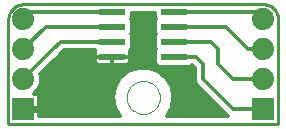
<source format=gtl>
G75*
G70*
%OFA0B0*%
%FSLAX24Y24*%
%IPPOS*%
%LPD*%
%AMOC8*
5,1,8,0,0,1.08239X$1,22.5*
%
%ADD10C,0.0100*%
%ADD11R,0.0870X0.0240*%
%ADD12R,0.0740X0.0740*%
%ADD13C,0.0740*%
%ADD14C,0.0000*%
%ADD15C,0.0120*%
D10*
X021000Y001650D02*
X030000Y001650D01*
X030000Y005150D01*
X029998Y005194D01*
X029992Y005237D01*
X029983Y005279D01*
X029970Y005321D01*
X029953Y005361D01*
X029933Y005400D01*
X029910Y005437D01*
X029883Y005471D01*
X029854Y005504D01*
X029821Y005533D01*
X029787Y005560D01*
X029750Y005583D01*
X029711Y005603D01*
X029671Y005620D01*
X029629Y005633D01*
X029587Y005642D01*
X029544Y005648D01*
X029500Y005650D01*
X021500Y005650D01*
X021456Y005648D01*
X021413Y005642D01*
X021371Y005633D01*
X021329Y005620D01*
X021289Y005603D01*
X021250Y005583D01*
X021213Y005560D01*
X021179Y005533D01*
X021146Y005504D01*
X021117Y005471D01*
X021090Y005437D01*
X021067Y005400D01*
X021047Y005361D01*
X021030Y005321D01*
X021017Y005279D01*
X021008Y005237D01*
X021002Y005194D01*
X021000Y005150D01*
X021000Y001650D01*
D11*
X024470Y003900D03*
X024470Y004400D03*
X026530Y004400D03*
X026530Y003900D03*
X026530Y004900D03*
X026530Y005400D03*
X024470Y005400D03*
X024470Y004900D03*
D12*
X021500Y002150D03*
X029500Y002150D03*
D13*
X029500Y003150D03*
X029500Y004150D03*
X029500Y005150D03*
X021500Y005150D03*
X021500Y004150D03*
X021500Y003150D03*
D14*
X024950Y002550D02*
X024952Y002597D01*
X024958Y002643D01*
X024968Y002689D01*
X024981Y002733D01*
X024999Y002777D01*
X025020Y002818D01*
X025044Y002858D01*
X025072Y002896D01*
X025103Y002931D01*
X025137Y002963D01*
X025173Y002992D01*
X025212Y003018D01*
X025252Y003041D01*
X025295Y003060D01*
X025339Y003076D01*
X025384Y003088D01*
X025430Y003096D01*
X025477Y003100D01*
X025523Y003100D01*
X025570Y003096D01*
X025616Y003088D01*
X025661Y003076D01*
X025705Y003060D01*
X025748Y003041D01*
X025788Y003018D01*
X025827Y002992D01*
X025863Y002963D01*
X025897Y002931D01*
X025928Y002896D01*
X025956Y002858D01*
X025980Y002818D01*
X026001Y002777D01*
X026019Y002733D01*
X026032Y002689D01*
X026042Y002643D01*
X026048Y002597D01*
X026050Y002550D01*
X026048Y002503D01*
X026042Y002457D01*
X026032Y002411D01*
X026019Y002367D01*
X026001Y002323D01*
X025980Y002282D01*
X025956Y002242D01*
X025928Y002204D01*
X025897Y002169D01*
X025863Y002137D01*
X025827Y002108D01*
X025788Y002082D01*
X025748Y002059D01*
X025705Y002040D01*
X025661Y002024D01*
X025616Y002012D01*
X025570Y002004D01*
X025523Y002000D01*
X025477Y002000D01*
X025430Y002004D01*
X025384Y002012D01*
X025339Y002024D01*
X025295Y002040D01*
X025252Y002059D01*
X025212Y002082D01*
X025173Y002108D01*
X025137Y002137D01*
X025103Y002169D01*
X025072Y002204D01*
X025044Y002242D01*
X025020Y002282D01*
X024999Y002323D01*
X024981Y002367D01*
X024968Y002411D01*
X024958Y002457D01*
X024952Y002503D01*
X024950Y002550D01*
D15*
X024507Y002480D02*
X022030Y002480D01*
X022030Y002541D02*
X022019Y002582D01*
X021998Y002618D01*
X021968Y002648D01*
X021932Y002669D01*
X021891Y002680D01*
X021864Y002680D01*
X022000Y002816D01*
X022090Y003033D01*
X022090Y003267D01*
X022068Y003322D01*
X022659Y003913D01*
X022866Y004120D01*
X023884Y004120D01*
X023899Y004105D01*
X023886Y004082D01*
X023875Y004041D01*
X023875Y003900D01*
X024470Y003900D01*
X025065Y003900D01*
X025065Y004041D01*
X025054Y004082D01*
X025041Y004105D01*
X025125Y004189D01*
X025125Y004611D01*
X025086Y004650D01*
X025125Y004689D01*
X025125Y005111D01*
X025086Y005150D01*
X025125Y005189D01*
X025125Y005380D01*
X025875Y005380D01*
X025875Y005189D01*
X025914Y005150D01*
X025875Y005111D01*
X025875Y004689D01*
X025914Y004650D01*
X025875Y004611D01*
X025875Y004189D01*
X025914Y004150D01*
X025875Y004111D01*
X025875Y003689D01*
X026004Y003560D01*
X027056Y003560D01*
X027116Y003620D01*
X027134Y003620D01*
X027220Y003534D01*
X027220Y003094D01*
X027263Y002991D01*
X028263Y001991D01*
X028334Y001920D01*
X026279Y001920D01*
X026445Y002206D01*
X026505Y002550D01*
X026445Y002894D01*
X026270Y003196D01*
X026003Y003421D01*
X026003Y003421D01*
X025675Y003540D01*
X025325Y003540D01*
X024997Y003421D01*
X024730Y003196D01*
X024555Y002894D01*
X024495Y002550D01*
X024555Y002206D01*
X024721Y001920D01*
X022030Y001920D01*
X022030Y002110D01*
X021540Y002110D01*
X021540Y002190D01*
X022030Y002190D01*
X022030Y002541D01*
X022010Y002598D02*
X024503Y002598D01*
X024495Y002550D02*
X024495Y002550D01*
X024524Y002717D02*
X021901Y002717D01*
X022008Y002835D02*
X024545Y002835D01*
X024555Y002894D02*
X024555Y002894D01*
X024590Y002954D02*
X022057Y002954D01*
X022090Y003072D02*
X024658Y003072D01*
X024727Y003191D02*
X022090Y003191D01*
X021500Y003150D02*
X022500Y004150D01*
X022750Y004400D01*
X024470Y004400D01*
X025125Y004376D02*
X025875Y004376D01*
X025875Y004494D02*
X025125Y004494D01*
X025124Y004613D02*
X025876Y004613D01*
X025875Y004731D02*
X025125Y004731D01*
X025125Y004850D02*
X025875Y004850D01*
X025875Y004968D02*
X025125Y004968D01*
X025125Y005087D02*
X025875Y005087D01*
X025875Y005205D02*
X025125Y005205D01*
X025125Y005324D02*
X025875Y005324D01*
X026530Y005400D02*
X029250Y005400D01*
X029500Y005150D01*
X029000Y004150D02*
X028250Y004900D01*
X026530Y004900D01*
X024470Y004900D02*
X022250Y004900D01*
X021500Y004150D01*
X022647Y003902D02*
X023875Y003902D01*
X023875Y003900D02*
X023875Y003759D01*
X023886Y003718D01*
X023907Y003682D01*
X023937Y003652D01*
X023973Y003631D01*
X024014Y003620D01*
X024470Y003620D01*
X024926Y003620D01*
X024967Y003631D01*
X025003Y003652D01*
X025033Y003682D01*
X025054Y003718D01*
X025065Y003759D01*
X025065Y003900D01*
X024470Y003900D01*
X024470Y003900D01*
X024470Y003620D01*
X024470Y003900D01*
X024470Y003900D01*
X024470Y003900D01*
X023875Y003900D01*
X023875Y003783D02*
X022529Y003783D01*
X022410Y003665D02*
X023924Y003665D01*
X024470Y003665D02*
X024470Y003665D01*
X024470Y003783D02*
X024470Y003783D01*
X025016Y003665D02*
X025899Y003665D01*
X025875Y003783D02*
X025065Y003783D01*
X025065Y003902D02*
X025875Y003902D01*
X025875Y004020D02*
X025065Y004020D01*
X025075Y004139D02*
X025902Y004139D01*
X025875Y004257D02*
X025125Y004257D01*
X023875Y004020D02*
X022766Y004020D01*
X022292Y003546D02*
X027208Y003546D01*
X027500Y003650D02*
X027500Y003150D01*
X028500Y002150D01*
X029500Y002150D01*
X028249Y002006D02*
X026329Y002006D01*
X026397Y002124D02*
X028130Y002124D01*
X028012Y002243D02*
X026451Y002243D01*
X026445Y002206D02*
X026445Y002206D01*
X026472Y002361D02*
X027893Y002361D01*
X027775Y002480D02*
X026493Y002480D01*
X026505Y002550D02*
X026505Y002550D01*
X026497Y002598D02*
X027656Y002598D01*
X027538Y002717D02*
X026476Y002717D01*
X026455Y002835D02*
X027419Y002835D01*
X027301Y002954D02*
X026410Y002954D01*
X026445Y002894D02*
X026445Y002894D01*
X026342Y003072D02*
X027229Y003072D01*
X027220Y003191D02*
X026273Y003191D01*
X026270Y003196D02*
X026270Y003196D01*
X026136Y003309D02*
X027220Y003309D01*
X027220Y003428D02*
X025984Y003428D01*
X025016Y003428D02*
X022173Y003428D01*
X022073Y003309D02*
X024864Y003309D01*
X024730Y003196D02*
X024730Y003196D01*
X024730Y003196D01*
X024997Y003421D02*
X024997Y003421D01*
X026530Y003900D02*
X027250Y003900D01*
X027500Y003650D01*
X028000Y003650D02*
X028500Y003150D01*
X029500Y003150D01*
X028000Y003650D02*
X028000Y004150D01*
X027750Y004400D01*
X026530Y004400D01*
X029000Y004150D02*
X029500Y004150D01*
X024470Y005400D02*
X021750Y005400D01*
X021500Y005150D01*
X022030Y002361D02*
X024528Y002361D01*
X024549Y002243D02*
X022030Y002243D01*
X021540Y002124D02*
X024603Y002124D01*
X024555Y002206D02*
X024555Y002206D01*
X024671Y002006D02*
X022030Y002006D01*
M02*

</source>
